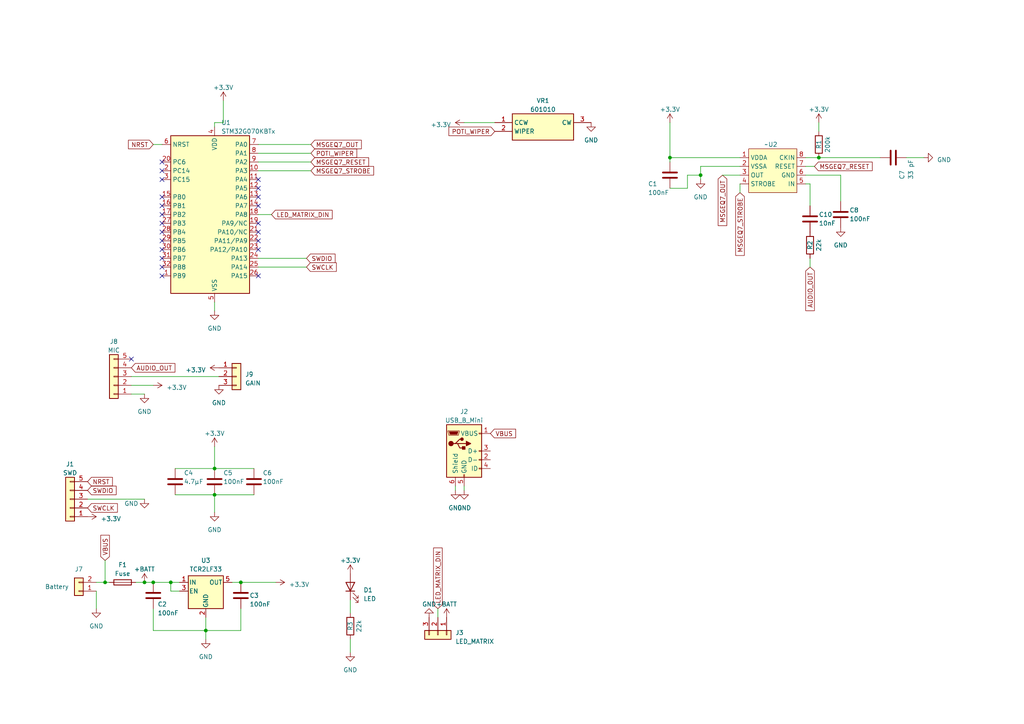
<source format=kicad_sch>
(kicad_sch (version 20230121) (generator eeschema)
  (paper "A4")
  (lib_symbols
    (symbol "Connector:USB_B_Mini" (pin_names (offset 1.016))
      (property "Reference" "J" (at -5.08 11.43 0))
      (property "Value" "USB_B_Mini" (at -5.08 8.89 0))
      (symbol "USB_B_Mini_0_1"
        (rectangle (start -5.08 -7.62) (end 5.08 7.62) (stroke (width 0.254)) (fill (type background)))
        (circle (center -3.81 2.159) (radius 0.635) (stroke (width 0.254)) (fill (type outline)))
        (circle (center -0.635 3.429) (radius 0.381) (stroke (width 0.254)) (fill (type outline)))
        (rectangle (start -0.127 -7.62) (end 0.127 -6.858))
        (polyline (pts (xy -1.905 2.159) (xy 0.635 2.159)) (stroke (width 0.254)))
        (polyline (pts (xy -3.175 2.159) (xy -2.54 2.159) (xy -1.27 3.429) (xy -0.635 3.429)) (stroke (width 0.254)))
        (polyline (pts (xy -2.54 2.159) (xy -1.905 2.159) (xy -1.27 0.889) (xy 0 0.889)) (stroke (width 0.254)))
        (polyline (pts (xy 0.635 2.794) (xy 0.635 1.524) (xy 1.905 2.159) (xy 0.635 2.794)) (stroke (width 0.254)) (fill (type outline)))
        (polyline (pts (xy -4.318 5.588) (xy -1.778 5.588) (xy -2.032 4.826) (xy -4.064 4.826) (xy -4.318 5.588)) (fill (type outline)))
        (polyline (pts (xy -4.699 5.842) (xy -4.699 5.588) (xy -4.445 4.826) (xy -4.445 4.572) (xy -1.651 4.572) (xy -1.651 4.826) (xy -1.397 5.588) (xy -1.397 5.842) (xy -4.699 5.842)))
        (rectangle (start 0.254 1.27) (end -0.508 0.508) (stroke (width 0.254)) (fill (type outline)))
        (rectangle (start 5.08 -5.207) (end 4.318 -4.953))
        (rectangle (start 5.08 -2.667) (end 4.318 -2.413))
        (rectangle (start 5.08 -0.127) (end 4.318 0.127))
        (rectangle (start 5.08 4.953) (end 4.318 5.207))
      )
      (symbol "USB_B_Mini_1_1"
        (pin power_out line (at 7.62 5.08 180) (length 2.54) (name "VBUS") (number "1"))
        (pin bidirectional line (at 7.62 -2.54 180) (length 2.54) (name "D-") (number "2"))
        (pin bidirectional line (at 7.62 0 180) (length 2.54) (name "D+") (number "3"))
        (pin passive line (at 7.62 -5.08 180) (length 2.54) (name "ID") (number "4"))
        (pin power_out line (at 0 -10.16 90) (length 2.54) (name "GND") (number "5"))
        (pin passive line (at -2.54 -10.16 90) (length 2.54) (name "Shield") (number "6"))
      )
    )
    (symbol "Connector_Generic:Conn_01x02" (pin_names (offset 1.016) hide)
      (property "Reference" "J" (at 0 2.54 0))
      (property "Value" "Conn_01x02" (at 0 -5.08 0))
      (symbol "Conn_01x02_1_1"
        (rectangle (start -1.27 -2.413) (end 0 -2.667) (stroke (width 0.1524)))
        (rectangle (start -1.27 0.127) (end 0 -0.127) (stroke (width 0.1524)))
        (rectangle (start -1.27 1.27) (end 1.27 -3.81) (stroke (width 0.254)) (fill (type background)))
        (pin passive line (at -5.08 0 0) (length 3.81) (name "Pin_1") (number "1"))
        (pin passive line (at -5.08 -2.54 0) (length 3.81) (name "Pin_2") (number "2"))
      )
    )
    (symbol "Connector_Generic:Conn_01x03" (pin_names (offset 1.016) hide)
      (property "Reference" "J" (at 0 5.08 0))
      (property "Value" "Conn_01x03" (at 0 -5.08 0))
      (symbol "Conn_01x03_1_1"
        (rectangle (start -1.27 -2.413) (end 0 -2.667) (stroke (width 0.1524)))
        (rectangle (start -1.27 0.127) (end 0 -0.127) (stroke (width 0.1524)))
        (rectangle (start -1.27 2.667) (end 0 2.413) (stroke (width 0.1524)))
        (rectangle (start -1.27 3.81) (end 1.27 -3.81) (stroke (width 0.254)) (fill (type background)))
        (pin passive line (at -5.08 2.54 0) (length 3.81) (name "Pin_1") (number "1"))
        (pin passive line (at -5.08 0 0) (length 3.81) (name "Pin_2") (number "2"))
        (pin passive line (at -5.08 -2.54 0) (length 3.81) (name "Pin_3") (number "3"))
      )
    )
    (symbol "Connector_Generic:Conn_01x05" (pin_names (offset 1.016) hide)
      (property "Reference" "J" (at 0 7.62 0))
      (property "Value" "Conn_01x05" (at 0 -7.62 0))
      (symbol "Conn_01x05_1_1"
        (rectangle (start -1.27 -4.953) (end 0 -5.207) (stroke (width 0.1524)))
        (rectangle (start -1.27 -2.413) (end 0 -2.667) (stroke (width 0.1524)))
        (rectangle (start -1.27 0.127) (end 0 -0.127) (stroke (width 0.1524)))
        (rectangle (start -1.27 2.667) (end 0 2.413) (stroke (width 0.1524)))
        (rectangle (start -1.27 5.207) (end 0 4.953) (stroke (width 0.1524)))
        (rectangle (start -1.27 6.35) (end 1.27 -6.35) (stroke (width 0.254)) (fill (type background)))
        (pin passive line (at -5.08 5.08 0) (length 3.81) (name "Pin_1") (number "1"))
        (pin passive line (at -5.08 2.54 0) (length 3.81) (name "Pin_2") (number "2"))
        (pin passive line (at -5.08 0 0) (length 3.81) (name "Pin_3") (number "3"))
        (pin passive line (at -5.08 -2.54 0) (length 3.81) (name "Pin_4") (number "4"))
        (pin passive line (at -5.08 -5.08 0) (length 3.81) (name "Pin_5") (number "5"))
      )
    )
    (symbol "Device:C" (pin_numbers hide) (pin_names (offset 0.254))
      (property "Reference" "C" (at 0.635 2.54 0))
      (property "Value" "C" (at 0.635 -2.54 0))
      (symbol "C_0_1"
        (polyline (pts (xy -2.032 -0.762) (xy 2.032 -0.762)) (stroke (width 0.508)))
        (polyline (pts (xy -2.032 0.762) (xy 2.032 0.762)) (stroke (width 0.508)))
      )
      (symbol "C_1_1"
        (pin passive line (at 0 3.81 270) (length 2.794) (name "~") (number "1"))
        (pin passive line (at 0 -3.81 90) (length 2.794) (name "~") (number "2"))
      )
    )
    (symbol "Device:Fuse" (pin_numbers hide) (pin_names (offset 0))
      (property "Reference" "F" (at 2.032 0 90))
      (property "Value" "Fuse" (at -1.905 0 90))
      (symbol "Fuse_0_1"
        (rectangle (start -0.762 -2.54) (end 0.762 2.54) (stroke (width 0.254)))
        (polyline (pts (xy 0 2.54) (xy 0 -2.54)))
      )
      (symbol "Fuse_1_1"
        (pin passive line (at 0 3.81 270) (length 1.27) (name "~") (number "1"))
        (pin passive line (at 0 -3.81 90) (length 1.27) (name "~") (number "2"))
      )
    )
    (symbol "Device:LED" (pin_numbers hide) (pin_names (offset 1.016) hide)
      (property "Reference" "D" (at 0 2.54 0))
      (property "Value" "LED" (at 0 -2.54 0))
      (symbol "LED_0_1"
        (polyline (pts (xy -1.27 -1.27) (xy -1.27 1.27)) (stroke (width 0.254)))
        (polyline (pts (xy -1.27 0) (xy 1.27 0)))
        (polyline (pts (xy 1.27 -1.27) (xy 1.27 1.27) (xy -1.27 0) (xy 1.27 -1.27)) (stroke (width 0.254)))
        (polyline (pts (xy -3.048 -0.762) (xy -4.572 -2.286) (xy -3.81 -2.286) (xy -4.572 -2.286) (xy -4.572 -1.524)))
        (polyline (pts (xy -1.778 -0.762) (xy -3.302 -2.286) (xy -2.54 -2.286) (xy -3.302 -2.286) (xy -3.302 -1.524)))
      )
      (symbol "LED_1_1"
        (pin passive line (at -3.81 0 0) (length 2.54) (name "K") (number "1"))
        (pin passive line (at 3.81 0 180) (length 2.54) (name "A") (number "2"))
      )
    )
    (symbol "Device:R" (pin_numbers hide) (pin_names (offset 0))
      (property "Reference" "R" (at 2.032 0 90))
      (property "Value" "R" (at 0 0 90))
      (symbol "R_0_1"
        (rectangle (start -1.016 -2.54) (end 1.016 2.54) (stroke (width 0.254)))
      )
      (symbol "R_1_1"
        (pin passive line (at 0 3.81 270) (length 1.27) (name "~") (number "1"))
        (pin passive line (at 0 -3.81 90) (length 1.27) (name "~") (number "2"))
      )
    )
    (symbol "MCU_ST_STM32G0:STM32G070KBTx"
      (property "Reference" "U" (at -10.16 24.13 0))
      (property "Value" "STM32G070KBTx" (at 5.08 24.13 0))
      (symbol "STM32G070KBTx_0_1"
        (rectangle (start -10.16 -22.86) (end 12.7 22.86) (stroke (width 0.254)) (fill (type background)))
      )
      (symbol "STM32G070KBTx_1_1"
        (pin bidirectional line (at -12.7 -17.78 0) (length 2.54) (name "PB9") (number "1"))
        (pin bidirectional line (at 15.24 12.7 180) (length 2.54) (name "PA3") (number "10"))
        (pin bidirectional line (at 15.24 10.16 180) (length 2.54) (name "PA4") (number "11"))
        (pin bidirectional line (at 15.24 7.62 180) (length 2.54) (name "PA5") (number "12"))
        (pin bidirectional line (at 15.24 5.08 180) (length 2.54) (name "PA6") (number "13"))
        (pin bidirectional line (at 15.24 2.54 180) (length 2.54) (name "PA7") (number "14"))
        (pin bidirectional line (at -12.7 5.08 0) (length 2.54) (name "PB0") (number "15"))
        (pin bidirectional line (at -12.7 2.54 0) (length 2.54) (name "PB1") (number "16"))
        (pin bidirectional line (at -12.7 0 0) (length 2.54) (name "PB2") (number "17"))
        (pin bidirectional line (at 15.24 0 180) (length 2.54) (name "PA8") (number "18"))
        (pin bidirectional line (at 15.24 -2.54 180) (length 2.54) (name "PA9/NC") (number "19"))
        (pin bidirectional line (at -12.7 12.7 0) (length 2.54) (name "PC14") (number "2"))
        (pin bidirectional line (at -12.7 15.24 0) (length 2.54) (name "PC6") (number "20"))
        (pin bidirectional line (at 15.24 -5.08 180) (length 2.54) (name "PA10/NC") (number "21"))
        (pin bidirectional line (at 15.24 -7.62 180) (length 2.54) (name "PA11/PA9") (number "22"))
        (pin bidirectional line (at 15.24 -10.16 180) (length 2.54) (name "PA12/PA10") (number "23"))
        (pin bidirectional line (at 15.24 -12.7 180) (length 2.54) (name "PA13") (number "24"))
        (pin bidirectional line (at 15.24 -15.24 180) (length 2.54) (name "PA14") (number "25"))
        (pin bidirectional line (at 15.24 -17.78 180) (length 2.54) (name "PA15") (number "26"))
        (pin bidirectional line (at -12.7 -2.54 0) (length 2.54) (name "PB3") (number "27"))
        (pin bidirectional line (at -12.7 -5.08 0) (length 2.54) (name "PB4") (number "28"))
        (pin bidirectional line (at -12.7 -7.62 0) (length 2.54) (name "PB5") (number "29"))
        (pin bidirectional line (at -12.7 10.16 0) (length 2.54) (name "PC15") (number "3"))
        (pin bidirectional line (at -12.7 -10.16 0) (length 2.54) (name "PB6") (number "30"))
        (pin bidirectional line (at -12.7 -12.7 0) (length 2.54) (name "PB7") (number "31"))
        (pin bidirectional line (at -12.7 -15.24 0) (length 2.54) (name "PB8") (number "32"))
        (pin power_in line (at 2.54 25.4 270) (length 2.54) (name "VDD") (number "4"))
        (pin power_in line (at 2.54 -25.4 90) (length 2.54) (name "VSS") (number "5"))
        (pin input line (at -12.7 20.32 0) (length 2.54) (name "NRST") (number "6"))
        (pin bidirectional line (at 15.24 20.32 180) (length 2.54) (name "PA0") (number "7"))
        (pin bidirectional line (at 15.24 17.78 180) (length 2.54) (name "PA1") (number "8"))
        (pin bidirectional line (at 15.24 15.24 180) (length 2.54) (name "PA2") (number "9"))
      )
    )
    (symbol "Regulator_Linear:TLV70033_SOT23-5" (pin_names (offset 0.254))
      (property "Reference" "U" (at -3.81 5.715 0))
      (property "Value" "TLV70033_SOT23-5" (at 0 5.715 0))
      (symbol "TLV70033_SOT23-5_0_1"
        (rectangle (start -5.08 4.445) (end 5.08 -5.08) (stroke (width 0.254)) (fill (type background)))
      )
      (symbol "TLV70033_SOT23-5_1_1"
        (pin power_in line (at -7.62 2.54 0) (length 2.54) (name "IN") (number "1"))
        (pin power_in line (at 0 -7.62 90) (length 2.54) (name "GND") (number "2"))
        (pin input line (at -7.62 0 0) (length 2.54) (name "EN") (number "3"))
        (pin no_connect line (at 5.08 0 180) (length 2.54) hide (name "NC") (number "4"))
        (pin power_out line (at 7.62 2.54 180) (length 2.54) (name "OUT") (number "5"))
      )
    )
    (symbol "SamacSys_Parts:601010"
      (property "Reference" "VR" (at 24.13 7.62 0))
      (property "Value" "601010" (at 24.13 5.08 0))
      (symbol "601010_1_1"
        (rectangle (start 5.08 2.54) (end 22.86 -5.08) (stroke (width 0.254)) (fill (type background)))
        (pin passive line (at 0 0 0) (length 5.08) (name "CCW") (number "1"))
        (pin passive line (at 0 -2.54 0) (length 5.08) (name "WIPER") (number "2"))
        (pin passive line (at 27.94 0 180) (length 5.08) (name "CW") (number "3"))
      )
    )
    (symbol "custom:MSGEQ7"
      (property "Reference" "U" (at 0 0 0))
      (symbol "MSGEQ7_1_1"
        (rectangle (start -5.08 -1.27) (end 8.89 -13.97) (fill (type background)))
        (pin input line (at -7.62 -3.81 0) (length 2.54) (name "VDDA") (number "1"))
        (pin input line (at -7.62 -6.35 0) (length 2.54) (name "VSSA") (number "2"))
        (pin output line (at -7.62 -8.89 0) (length 2.54) (name "OUT") (number "3"))
        (pin input line (at -7.62 -11.43 0) (length 2.54) (name "STROBE") (number "4"))
        (pin input line (at 11.43 -11.43 180) (length 2.54) (name "IN") (number "5"))
        (pin input line (at 11.43 -8.89 180) (length 2.54) (name "GND") (number "6"))
        (pin input line (at 11.43 -6.35 180) (length 2.54) (name "RESET") (number "7"))
        (pin input line (at 11.43 -3.81 180) (length 2.54) (name "CKIN") (number "8"))
      )
    )
    (symbol "power:+3.3V" (power) (pin_names (offset 0))
      (property "Value" "+3.3V" (at 0 3.556 0))
      (symbol "+3.3V_0_1"
        (polyline (pts (xy -0.762 1.27) (xy 0 2.54)))
        (polyline (pts (xy 0 0) (xy 0 2.54)))
        (polyline (pts (xy 0 2.54) (xy 0.762 1.27)))
      )
      (symbol "+3.3V_1_1"
        (pin power_in line (at 0 0 90) (length 0) hide (name "+3.3V") (number "1"))
      )
    )
    (symbol "power:+BATT" (power) (pin_names (offset 0))
      (property "Value" "+BATT" (at 0 3.556 0))
      (symbol "+BATT_0_1"
        (polyline (pts (xy -0.762 1.27) (xy 0 2.54)))
        (polyline (pts (xy 0 0) (xy 0 2.54)))
        (polyline (pts (xy 0 2.54) (xy 0.762 1.27)))
      )
      (symbol "+BATT_1_1"
        (pin power_in line (at 0 0 90) (length 0) hide (name "+BATT") (number "1"))
      )
    )
    (symbol "power:GND" (power) (pin_names (offset 0))
      (property "Value" "GND" (at 0 -3.81 0))
      (symbol "GND_0_1"
        (polyline (pts (xy 0 0) (xy 0 -1.27) (xy 1.27 -1.27) (xy 0 -2.54) (xy -1.27 -1.27) (xy 0 -1.27)))
      )
      (symbol "GND_1_1"
        (pin power_in line (at 0 0 270) (length 0) hide (name "GND") (number "1"))
      )
    )
  )
  (junction (at 41.91 168.91))
  (junction (at 69.85 168.91))
  (junction (at 203.2 50.8))
  (junction (at 62.23 143.51))
  (junction (at 44.45 168.91))
  (junction (at 62.23 135.89))
  (junction (at 237.49 45.72))
  (junction (at 49.53 168.91))
  (junction (at 30.48 168.91))
  (junction (at 59.69 182.88))
  (junction (at 194.31 45.72))
  (no_connect (at 46.99 64.77))
  (no_connect (at 46.99 74.93))
  (no_connect (at 74.93 54.61))
  (no_connect (at 74.93 59.69))
  (no_connect (at 46.99 62.23))
  (no_connect (at 74.93 72.39))
  (no_connect (at 74.93 52.07))
  (no_connect (at 74.93 67.31))
  (no_connect (at 46.99 80.01))
  (no_connect (at 46.99 59.69))
  (no_connect (at 74.93 57.15))
  (no_connect (at 46.99 77.47))
  (no_connect (at 46.99 67.31))
  (no_connect (at 46.99 57.15))
  (no_connect (at 46.99 49.53))
  (no_connect (at 38.1 104.14))
  (no_connect (at 46.99 52.07))
  (no_connect (at 46.99 69.85))
  (no_connect (at 46.99 46.99))
  (no_connect (at 74.93 69.85))
  (no_connect (at 74.93 80.01))
  (no_connect (at 74.93 64.77))
  (no_connect (at 46.99 72.39))
  (wire (pts (xy 214.63 45.72) (xy 194.31 45.72)))
  (wire (pts (xy 90.17 46.99) (xy 74.93 46.99)))
  (wire (pts (xy 50.8 143.51) (xy 62.23 143.51)))
  (wire (pts (xy 233.68 48.26) (xy 236.22 48.26)))
  (wire (pts (xy 237.49 45.72) (xy 255.27 45.72)))
  (wire (pts (xy 101.6 189.23) (xy 101.6 185.42)))
  (wire (pts (xy 62.23 143.51) (xy 62.23 148.59)))
  (wire (pts (xy 262.89 45.72) (xy 267.97 45.72)))
  (wire (pts (xy 209.55 50.8) (xy 214.63 50.8)))
  (wire (pts (xy 90.17 44.45) (xy 74.93 44.45)))
  (wire (pts (xy 214.63 48.26) (xy 203.2 48.26)))
  (wire (pts (xy 233.68 50.8) (xy 243.84 50.8)))
  (wire (pts (xy 69.85 182.88) (xy 59.69 182.88)))
  (wire (pts (xy 69.85 176.53) (xy 69.85 182.88)))
  (wire (pts (xy 44.45 168.91) (xy 49.53 168.91)))
  (wire (pts (xy 52.07 171.45) (xy 49.53 171.45)))
  (wire (pts (xy 39.37 168.91) (xy 41.91 168.91)))
  (wire (pts (xy 132.08 142.24) (xy 132.08 140.97)))
  (wire (pts (xy 25.4 144.78) (xy 41.91 144.78)))
  (wire (pts (xy 27.94 176.53) (xy 27.94 171.45)))
  (wire (pts (xy 199.39 50.8) (xy 203.2 50.8)))
  (wire (pts (xy 194.31 54.61) (xy 199.39 54.61)))
  (wire (pts (xy 194.31 35.56) (xy 194.31 45.72)))
  (wire (pts (xy 203.2 48.26) (xy 203.2 50.8)))
  (wire (pts (xy 234.95 53.34) (xy 234.95 59.69)))
  (wire (pts (xy 243.84 50.8) (xy 243.84 58.42)))
  (wire (pts (xy 90.17 49.53) (xy 74.93 49.53)))
  (wire (pts (xy 62.23 35.56) (xy 62.23 36.83)))
  (wire (pts (xy 62.23 135.89) (xy 73.66 135.89)))
  (wire (pts (xy 74.93 77.47) (xy 88.9 77.47)))
  (wire (pts (xy 233.68 53.34) (xy 234.95 53.34)))
  (wire (pts (xy 203.2 50.8) (xy 203.2 52.07)))
  (wire (pts (xy 50.8 135.89) (xy 62.23 135.89)))
  (wire (pts (xy 44.45 182.88) (xy 59.69 182.88)))
  (wire (pts (xy 234.95 77.47) (xy 234.95 74.93)))
  (wire (pts (xy 194.31 45.72) (xy 194.31 46.99)))
  (wire (pts (xy 88.9 74.93) (xy 74.93 74.93)))
  (wire (pts (xy 30.48 168.91) (xy 31.75 168.91)))
  (wire (pts (xy 49.53 171.45) (xy 49.53 168.91)))
  (wire (pts (xy 237.49 35.56) (xy 237.49 38.1)))
  (wire (pts (xy 134.62 142.24) (xy 134.62 140.97)))
  (wire (pts (xy 69.85 168.91) (xy 80.01 168.91)))
  (wire (pts (xy 44.45 176.53) (xy 44.45 182.88)))
  (wire (pts (xy 199.39 54.61) (xy 199.39 50.8)))
  (wire (pts (xy 59.69 182.88) (xy 59.69 185.42)))
  (wire (pts (xy 49.53 168.91) (xy 52.07 168.91)))
  (wire (pts (xy 214.63 53.34) (xy 214.63 55.88)))
  (wire (pts (xy 38.1 111.76) (xy 44.45 111.76)))
  (wire (pts (xy 64.77 35.56) (xy 64.77 29.21)))
  (wire (pts (xy 30.48 162.56) (xy 30.48 168.91)))
  (wire (pts (xy 44.45 41.91) (xy 46.99 41.91)))
  (wire (pts (xy 127 176.53) (xy 127 179.07)))
  (wire (pts (xy 38.1 114.3) (xy 41.91 114.3)))
  (wire (pts (xy 63.5 109.22) (xy 38.1 109.22)))
  (wire (pts (xy 62.23 129.54) (xy 62.23 135.89)))
  (wire (pts (xy 233.68 45.72) (xy 237.49 45.72)))
  (wire (pts (xy 62.23 87.63) (xy 62.23 90.17)))
  (wire (pts (xy 62.23 35.56) (xy 64.77 35.56)))
  (wire (pts (xy 62.23 143.51) (xy 73.66 143.51)))
  (wire (pts (xy 67.31 168.91) (xy 69.85 168.91)))
  (wire (pts (xy 74.93 62.23) (xy 78.74 62.23)))
  (wire (pts (xy 59.69 179.07) (xy 59.69 182.88)))
  (wire (pts (xy 134.62 35.56) (xy 143.51 35.56)))
  (wire (pts (xy 41.91 168.91) (xy 44.45 168.91)))
  (wire (pts (xy 27.94 168.91) (xy 30.48 168.91)))
  (wire (pts (xy 101.6 173.99) (xy 101.6 177.8)))
  (wire (pts (xy 90.17 41.91) (xy 74.93 41.91)))
  (global_label "SWDIO" (shape input) (at 25.4 142.24 0) (property "Intersheetrefs" "${INTERSHEET_REFS}" (effects hide)))
  (global_label "LED_MATRIX_DIN" (shape input) (at 127 176.53 90) (property "Intersheetrefs" "${INTERSHEET_REFS}" (effects hide)))
  (global_label "VBUS" (shape input) (at 30.48 162.56 90) (property "Intersheetrefs" "${INTERSHEET_REFS}" (effects hide)))
  (global_label "MSGEQ7_STROBE" (shape input) (at 214.63 55.88 270) (property "Intersheetrefs" "${INTERSHEET_REFS}" (effects hide)))
  (global_label "MSGEQ7_OUT" (shape input) (at 209.55 50.8 270) (property "Intersheetrefs" "${INTERSHEET_REFS}" (effects hide)))
  (global_label "POTI_WIPER" (shape input) (at 143.51 38.1 180) (property "Intersheetrefs" "${INTERSHEET_REFS}" (effects hide)))
  (global_label "NRST" (shape input) (at 44.45 41.91 180) (property "Intersheetrefs" "${INTERSHEET_REFS}" (effects hide)))
  (global_label "VBUS" (shape input) (at 142.24 125.73 0) (property "Intersheetrefs" "${INTERSHEET_REFS}" (effects hide)))
  (global_label "AUDIO_OUT" (shape input) (at 234.95 77.47 270) (property "Intersheetrefs" "${INTERSHEET_REFS}" (effects hide)))
  (global_label "NRST" (shape input) (at 25.4 139.7 0) (property "Intersheetrefs" "${INTERSHEET_REFS}" (effects hide)))
  (global_label "MSGEQ7_STROBE" (shape input) (at 90.17 49.53 0) (property "Intersheetrefs" "${INTERSHEET_REFS}" (effects hide)))
  (global_label "MSGEQ7_RESET" (shape input) (at 236.22 48.26 0) (property "Intersheetrefs" "${INTERSHEET_REFS}" (effects hide)))
  (global_label "SWDIO" (shape input) (at 88.9 74.93 0) (property "Intersheetrefs" "${INTERSHEET_REFS}" (effects hide)))
  (global_label "SWCLK" (shape input) (at 88.9 77.47 0) (property "Intersheetrefs" "${INTERSHEET_REFS}" (effects hide)))
  (global_label "SWCLK" (shape input) (at 25.4 147.32 0) (property "Intersheetrefs" "${INTERSHEET_REFS}" (effects hide)))
  (global_label "MSGEQ7_RESET" (shape input) (at 90.17 46.99 0) (property "Intersheetrefs" "${INTERSHEET_REFS}" (effects hide)))
  (global_label "MSGEQ7_OUT" (shape input) (at 90.17 41.91 0) (property "Intersheetrefs" "${INTERSHEET_REFS}" (effects hide)))
  (global_label "POTI_WIPER" (shape input) (at 90.17 44.45 0) (property "Intersheetrefs" "${INTERSHEET_REFS}" (effects hide)))
  (global_label "LED_MATRIX_DIN" (shape input) (at 78.74 62.23 0) (property "Intersheetrefs" "${INTERSHEET_REFS}" (effects hide)))
  (global_label "AUDIO_OUT" (shape input) (at 38.1 106.68 0) (property "Intersheetrefs" "${INTERSHEET_REFS}" (effects hide)))
  (symbol (lib_id "Device:Fuse") (at 35.56 168.91 90) (unit 1)
    (property "Reference" "F1" (at 35.56 163.83 90))
    (property "Value" "Fuse" (at 35.56 166.37 90))
    (property "Footprint" "Fuse:Fuse_0603_1608Metric" (effects hide))
  )
  (symbol (lib_id "Device:R") (at 237.49 41.91 180) (unit 1)
    (property "Reference" "R1" (at 237.49 41.91 90))
    (property "Value" "200k" (at 240.03 41.91 90))
    (property "Footprint" "Resistor_SMD:R_0603_1608Metric" (effects hide))
  )
  (symbol (lib_id "power:+BATT") (at 41.91 168.91 0) (unit 1)
    (property "Reference" "#PWR010" (effects hide))
    (property "Value" "+BATT" (at 41.91 165.1 0))
  )
  (symbol (lib_id "MCU_ST_STM32G0:STM32G070KBTx") (at 59.69 62.23 0) (unit 1)
    (property "Reference" "U1" (at 64.1859 35.56 0) (effects (justify left)))
    (property "Value" "STM32G070KBTx" (at 64.1859 38.1 0) (effects (justify left)))
    (property "Footprint" "Package_QFP:LQFP-32_7x7mm_P0.8mm" (effects hide))
    (property "Datasheet" "https://www.st.com/resource/en/datasheet/stm32g070kb.pdf" (effects hide))
  )
  (symbol (lib_id "power:+3.3V") (at 80.01 168.91 270) (unit 1)
    (property "Reference" "#PWR08" (effects hide))
    (property "Value" "+3.3V" (at 83.82 169.545 90) (effects (justify left)))
  )
  (symbol (lib_id "Connector_Generic:Conn_01x05") (at 20.32 144.78 180) (unit 1)
    (property "Reference" "J1" (at 20.32 134.62 0))
    (property "Value" "SWD" (at 20.32 137.16 0))
    (property "Footprint" "Connector_PinHeader_2.54mm:PinHeader_1x05_P2.54mm_Vertical" (effects hide))
  )
  (symbol (lib_id "Connector_Generic:Conn_01x02") (at 22.86 171.45 180) (unit 1)
    (property "Reference" "J7" (at 22.86 165.1 0))
    (property "Value" "Battery" (at 16.51 170.18 0))
    (property "Footprint" "Connector_PinHeader_2.54mm:PinHeader_1x02_P2.54mm_Vertical" (effects hide))
  )
  (symbol (lib_id "Device:C") (at 234.95 63.5 0) (unit 1)
    (property "Reference" "C10" (at 237.49 62.23 0) (effects (justify left)))
    (property "Value" "10nF" (at 237.49 64.77 0) (effects (justify left)))
    (property "Footprint" "Capacitor_SMD:C_0603_1608Metric" (effects hide))
  )
  (symbol (lib_id "Connector_Generic:Conn_01x03") (at 127 184.15 270) (unit 1)
    (property "Reference" "J3" (at 132.08 183.515 90) (effects (justify left)))
    (property "Value" "LED_MATRIX" (at 132.08 186.055 90) (effects (justify left)))
    (property "Footprint" "Connector_PinHeader_2.54mm:PinHeader_1x03_P2.54mm_Vertical" (effects hide))
  )
  (symbol (lib_id "power:+3.3V") (at 194.31 35.56 0) (unit 1)
    (property "Reference" "#PWR013" (effects hide))
    (property "Value" "+3.3V" (at 194.31 31.75 0))
  )
  (symbol (lib_id "custom:MSGEQ7") (at 222.25 41.91 0) (unit 1)
    (property "Reference" "U2" (at 224.155 41.91 0))
    (property "Value" "~" (at 222.25 41.91 0))
    (property "Footprint" "Package_DIP:DIP-8_W10.16mm_LongPads" (effects hide))
  )
  (symbol (lib_id "power:GND") (at 59.69 185.42 0) (unit 1)
    (property "Reference" "#PWR07" (effects hide))
    (property "Value" "GND" (at 59.69 190.5 0))
  )
  (symbol (lib_id "Device:C") (at 44.45 172.72 0) (unit 1)
    (property "Reference" "C2" (at 45.72 175.26 0) (effects (justify left)))
    (property "Value" "100nF" (at 45.72 177.8 0) (effects (justify left)))
    (property "Footprint" "Capacitor_SMD:C_0603_1608Metric" (effects hide))
  )
  (symbol (lib_id "power:GND") (at 63.5 111.76 0) (unit 1)
    (property "Reference" "#PWR021" (effects hide))
    (property "Value" "GND" (at 63.5 116.84 0))
  )
  (symbol (lib_id "power:+BATT") (at 129.54 179.07 0) (unit 1)
    (property "Reference" "#PWR026" (effects hide))
    (property "Value" "+BATT" (at 129.54 175.26 0))
  )
  (symbol (lib_id "power:+3.3V") (at 62.23 129.54 0) (unit 1)
    (property "Reference" "#PWR05" (effects hide))
    (property "Value" "+3.3V" (at 62.23 125.73 0))
  )
  (symbol (lib_id "power:+3.3V") (at 134.62 35.56 90) (unit 1)
    (property "Reference" "#PWR023" (effects hide))
    (property "Value" "+3.3V" (at 130.81 36.195 90) (effects (justify left)))
  )
  (symbol (lib_id "power:GND") (at 41.91 114.3 0) (unit 1)
    (property "Reference" "#PWR017" (effects hide))
    (property "Value" "GND" (at 41.91 119.38 0))
  )
  (symbol (lib_id "Device:C") (at 62.23 139.7 0) (unit 1)
    (property "Reference" "C5" (at 64.77 137.16 0) (effects (justify left)))
    (property "Value" "100nF" (at 64.77 139.7 0) (effects (justify left)))
    (property "Footprint" "Capacitor_SMD:C_0603_1608Metric" (effects hide))
  )
  (symbol (lib_id "power:+3.3V") (at 101.6 166.37 0) (unit 1)
    (property "Reference" "#PWR025" (effects hide))
    (property "Value" "+3.3V" (at 101.6 162.56 0))
  )
  (symbol (lib_id "Device:C") (at 73.66 139.7 0) (unit 1)
    (property "Reference" "C6" (at 76.2 137.16 0) (effects (justify left)))
    (property "Value" "100nF" (at 76.2 139.7 0) (effects (justify left)))
    (property "Footprint" "Capacitor_SMD:C_0603_1608Metric" (effects hide))
  )
  (symbol (lib_id "Regulator_Linear:TLV70033_SOT23-5") (at 59.69 171.45 0) (unit 1)
    (property "Reference" "U3" (at 59.69 162.56 0))
    (property "Value" "TCR2LF33" (at 59.69 165.1 0))
    (property "Footprint" "Package_TO_SOT_SMD:SOT-23-5" (effects hide))
    (property "Datasheet" "http://www.ti.com/lit/ds/symlink/tlv700.pdf" (effects hide))
  )
  (symbol (lib_id "Device:C") (at 243.84 62.23 0) (unit 1)
    (property "Reference" "C8" (at 246.38 60.96 0) (effects (justify left)))
    (property "Value" "100nF" (at 246.38 63.5 0) (effects (justify left)))
    (property "Footprint" "Capacitor_SMD:C_0603_1608Metric" (effects hide))
  )
  (symbol (lib_id "Device:R") (at 234.95 71.12 180) (unit 1)
    (property "Reference" "R2" (at 234.95 71.12 90))
    (property "Value" "22k" (at 237.49 71.12 90))
    (property "Footprint" "Resistor_SMD:R_0603_1608Metric" (effects hide))
  )
  (symbol (lib_id "power:GND") (at 267.97 45.72 90) (unit 1)
    (property "Reference" "#PWR014" (effects hide))
    (property "Value" "GND" (at 271.78 46.355 90) (effects (justify right)))
  )
  (symbol (lib_id "power:GND") (at 171.45 35.56 0) (unit 1)
    (property "Reference" "#PWR022" (effects hide))
    (property "Value" "GND" (at 171.45 40.64 0))
  )
  (symbol (lib_id "power:GND") (at 101.6 189.23 0) (unit 1)
    (property "Reference" "#PWR024" (effects hide))
    (property "Value" "GND" (at 101.6 194.31 0))
  )
  (symbol (lib_id "power:+3.3V") (at 63.5 106.68 90) (unit 1)
    (property "Reference" "#PWR020" (effects hide))
    (property "Value" "+3.3V" (at 59.69 107.315 90) (effects (justify left)))
  )
  (symbol (lib_id "power:GND") (at 134.62 142.24 0) (unit 1)
    (property "Reference" "#PWR018" (effects hide))
    (property "Value" "GND" (at 134.62 147.32 0))
  )
  (symbol (lib_id "Device:R") (at 101.6 181.61 180) (unit 1)
    (property "Reference" "R3" (at 101.6 181.61 90))
    (property "Value" "22k" (at 104.14 181.61 90))
    (property "Footprint" "Resistor_SMD:R_0603_1608Metric" (effects hide))
  )
  (symbol (lib_id "power:GND") (at 27.94 176.53 0) (unit 1)
    (property "Reference" "#PWR09" (effects hide))
    (property "Value" "GND" (at 27.94 181.61 0))
  )
  (symbol (lib_id "Device:C") (at 259.08 45.72 90) (unit 1)
    (property "Reference" "C7" (at 261.62 52.07 0) (effects (justify left)))
    (property "Value" "33 pF" (at 264.16 52.07 0) (effects (justify left)))
    (property "Footprint" "Capacitor_SMD:C_0603_1608Metric" (effects hide))
  )
  (symbol (lib_id "Connector_Generic:Conn_01x03") (at 68.58 109.22 0) (unit 1)
    (property "Reference" "J9" (at 71.12 108.585 0) (effects (justify left)))
    (property "Value" "GAIN" (at 71.12 111.125 0) (effects (justify left)))
    (property "Footprint" "Connector_PinHeader_2.54mm:PinHeader_1x03_P2.54mm_Vertical" (effects hide))
  )
  (symbol (lib_id "power:GND") (at 124.46 179.07 180) (unit 1)
    (property "Reference" "#PWR027" (effects hide))
    (property "Value" "GND" (at 124.46 175.26 0))
  )
  (symbol (lib_id "power:GND") (at 203.2 52.07 0) (unit 1)
    (property "Reference" "#PWR012" (effects hide))
    (property "Value" "GND" (at 203.2 57.15 0))
  )
  (symbol (lib_id "Connector_Generic:Conn_01x05") (at 33.02 109.22 180) (unit 1)
    (property "Reference" "J8" (at 33.02 99.06 0))
    (property "Value" "MIC" (at 33.02 101.6 0))
    (property "Footprint" "Connector_PinHeader_2.54mm:PinHeader_1x05_P2.54mm_Vertical" (effects hide))
  )
  (symbol (lib_id "Device:C") (at 194.31 50.8 0) (unit 1)
    (property "Reference" "C1" (at 187.96 53.34 0) (effects (justify left)))
    (property "Value" "100nF" (at 187.96 55.88 0) (effects (justify left)))
    (property "Footprint" "Capacitor_SMD:C_0603_1608Metric" (effects hide))
  )
  (symbol (lib_id "power:GND") (at 243.84 66.04 0) (unit 1)
    (property "Reference" "#PWR016" (effects hide))
    (property "Value" "GND" (at 243.84 71.12 0))
  )
  (symbol (lib_id "power:+3.3V") (at 237.49 35.56 0) (unit 1)
    (property "Reference" "#PWR015" (effects hide))
    (property "Value" "+3.3V" (at 237.49 31.75 0))
  )
  (symbol (lib_id "SamacSys_Parts:601010") (at 143.51 35.56 0) (unit 1)
    (property "Reference" "VR1" (at 157.48 29.21 0))
    (property "Value" "601010" (at 157.48 31.75 0))
    (property "Footprint" "601010" (effects hide))
    (property "Datasheet" "https://www.mouser.co.uk/datasheet/2/40/E_HA06-1649471.pdf" (effects hide))
    (property "Height" "4.1" (effects hide))
    (property "Mouser Part Number" "581-601010" (effects hide))
    (property "Mouser Price/Stock" "https://www.mouser.co.uk/ProductDetail/AVX/601010?qs=B6kkDfuK7%2FBVCCegqEP4kw%3D%3D" (effects hide))
    (property "Manufacturer_Name" "AVX" (effects hide))
    (property "Manufacturer_Part_Number" "601010" (effects hide))
  )
  (symbol (lib_id "power:GND") (at 62.23 148.59 0) (unit 1)
    (property "Reference" "#PWR011" (effects hide))
    (property "Value" "GND" (at 62.23 153.67 0))
  )
  (symbol (lib_id "Device:C") (at 50.8 139.7 0) (unit 1)
    (property "Reference" "C4" (at 53.34 137.16 0) (effects (justify left)))
    (property "Value" "4.7µF" (at 53.34 139.7 0) (effects (justify left)))
    (property "Footprint" "Capacitor_SMD:C_0603_1608Metric" (effects hide))
  )
  (symbol (lib_id "Connector:USB_B_Mini") (at 134.62 130.81 0) (unit 1)
    (property "Reference" "J2" (at 134.62 119.38 0))
    (property "Value" "USB_B_Mini" (at 134.62 121.92 0))
    (property "Footprint" "Connector_USB:USB_Mini-B_Wuerth_65100516121_Horizontal" (effects hide))
  )
  (symbol (lib_id "power:+3.3V") (at 64.77 29.21 0) (unit 1)
    (property "Reference" "#PWR01" (effects hide))
    (property "Value" "+3.3V" (at 64.77 25.4 0))
  )
  (symbol (lib_id "power:GND") (at 41.91 144.78 0) (unit 1)
    (property "Reference" "#PWR04" (effects hide))
    (property "Value" "GND" (at 38.1 146.05 0))
  )
  (symbol (lib_id "power:GND") (at 62.23 90.17 0) (unit 1)
    (property "Reference" "#PWR02" (effects hide))
    (property "Value" "GND" (at 62.23 95.25 0))
  )
  (symbol (lib_id "Device:C") (at 69.85 172.72 0) (unit 1)
    (property "Reference" "C3" (at 72.39 172.72 0) (effects (justify left)))
    (property "Value" "100nF" (at 72.39 175.26 0) (effects (justify left)))
    (property "Footprint" "Capacitor_SMD:C_0603_1608Metric" (effects hide))
  )
  (symbol (lib_id "power:GND") (at 132.08 142.24 0) (unit 1)
    (property "Reference" "#PWR06" (effects hide))
    (property "Value" "GND" (at 132.08 147.32 0))
  )
  (symbol (lib_id "power:+3.3V") (at 44.45 111.76 270) (unit 1)
    (property "Reference" "#PWR019" (effects hide))
    (property "Value" "+3.3V" (at 48.26 112.395 90) (effects (justify left)))
  )
  (symbol (lib_id "Device:LED") (at 101.6 170.18 90) (unit 1)
    (property "Reference" "D1" (at 105.41 171.1325 90) (effects (justify right)))
    (property "Value" "LED" (at 105.41 173.6725 90) (effects (justify right)))
    (property "Footprint" "LED_SMD:LED_0603_1608Metric" (effects hide))
  )
  (symbol (lib_id "power:+3.3V") (at 25.4 149.86 270) (unit 1)
    (property "Reference" "#PWR03" (effects hide))
    (property "Value" "+3.3V" (at 29.21 150.495 90) (effects (justify left)))
  )
)
</source>
